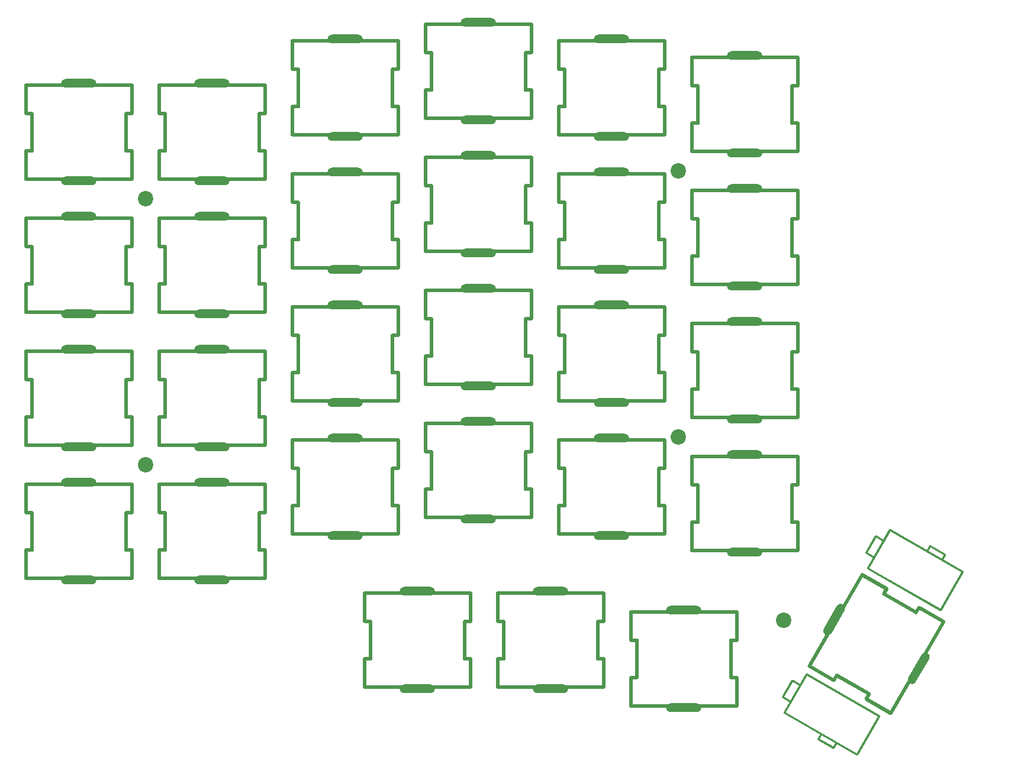
<source format=gbr>
%TF.GenerationSoftware,KiCad,Pcbnew,(5.1.9-0-10_14)*%
%TF.CreationDate,2021-04-25T18:46:22-05:00*%
%TF.ProjectId,wren-plain,7772656e-2d70-46c6-9169-6e2e6b696361,rev?*%
%TF.SameCoordinates,Original*%
%TF.FileFunction,Soldermask,Bot*%
%TF.FilePolarity,Negative*%
%FSLAX46Y46*%
G04 Gerber Fmt 4.6, Leading zero omitted, Abs format (unit mm)*
G04 Created by KiCad (PCBNEW (5.1.9-0-10_14)) date 2021-04-25 18:46:22*
%MOMM*%
%LPD*%
G01*
G04 APERTURE LIST*
%ADD10O,1.333500X0.508000*%
%ADD11O,5.080000X1.270000*%
%ADD12O,0.508000X5.842000*%
%ADD13O,0.508000X4.572000*%
%ADD14O,15.595600X0.508000*%
%ADD15C,2.200000*%
G04 APERTURE END LIST*
%TO.C,REF\u002A\u002A*%
G36*
G01*
X239483904Y-94215117D02*
X239483904Y-94215117D01*
G75*
G02*
X239539686Y-94423299I-76200J-131982D01*
G01*
X238168086Y-96798979D01*
G75*
G02*
X237959904Y-96854761I-131982J76200D01*
G01*
X237959904Y-96854761D01*
G75*
G02*
X237904122Y-96646579I76200J131982D01*
G01*
X239275722Y-94270899D01*
G75*
G02*
X239483904Y-94215117I131982J-76200D01*
G01*
G37*
G36*
G01*
X238178295Y-96628897D02*
X239190159Y-97213097D01*
G75*
G02*
X239245941Y-97421279I-76200J-131982D01*
G01*
X239245941Y-97421279D01*
G75*
G02*
X239037759Y-97477061I-131982J76200D01*
G01*
X238025895Y-96892861D01*
G75*
G02*
X237970113Y-96684679I76200J131982D01*
G01*
X237970113Y-96684679D01*
G75*
G02*
X238178295Y-96628897I131982J-76200D01*
G01*
G37*
G36*
G01*
X239549895Y-94253216D02*
X240561759Y-94837416D01*
G75*
G02*
X240617541Y-95045598I-76200J-131982D01*
G01*
X240617541Y-95045598D01*
G75*
G02*
X240409359Y-95101380I-131982J76200D01*
G01*
X239397495Y-94517180D01*
G75*
G02*
X239341713Y-94308998I76200J131982D01*
G01*
X239341713Y-94308998D01*
G75*
G02*
X239549895Y-94253216I131982J-76200D01*
G01*
G37*
G36*
G01*
X247240541Y-95613826D02*
X247240541Y-95613826D01*
G75*
G02*
X247296323Y-95822008I-76200J-131982D01*
G01*
X246864523Y-96569908D01*
G75*
G02*
X246656341Y-96625690I-131982J76200D01*
G01*
X246656341Y-96625690D01*
G75*
G02*
X246600559Y-96417508I76200J131982D01*
G01*
X247032359Y-95669608D01*
G75*
G02*
X247240541Y-95613826I131982J-76200D01*
G01*
G37*
G36*
G01*
X241529451Y-93313726D02*
X241529451Y-93313726D01*
G75*
G02*
X241585233Y-93521908I-76200J-131982D01*
G01*
X238410233Y-99021170D01*
G75*
G02*
X238202051Y-99076952I-131982J76200D01*
G01*
X238202051Y-99076952D01*
G75*
G02*
X238146269Y-98868770I76200J131982D01*
G01*
X241321269Y-93369508D01*
G75*
G02*
X241529451Y-93313726I131982J-76200D01*
G01*
G37*
G36*
G01*
X238354450Y-98812987D02*
X248737056Y-104807387D01*
G75*
G02*
X248792838Y-105015569I-76200J-131982D01*
G01*
X248792838Y-105015569D01*
G75*
G02*
X248584656Y-105071351I-131982J76200D01*
G01*
X238202050Y-99076951D01*
G75*
G02*
X238146268Y-98868769I76200J131982D01*
G01*
X238146268Y-98868769D01*
G75*
G02*
X238354450Y-98812987I131982J-76200D01*
G01*
G37*
G36*
G01*
X241529450Y-93313726D02*
X251912056Y-99308126D01*
G75*
G02*
X251967838Y-99516308I-76200J-131982D01*
G01*
X251967838Y-99516308D01*
G75*
G02*
X251759656Y-99572090I-131982J76200D01*
G01*
X241377050Y-93577690D01*
G75*
G02*
X241321268Y-93369508I76200J131982D01*
G01*
X241321268Y-93369508D01*
G75*
G02*
X241529450Y-93313726I131982J-76200D01*
G01*
G37*
G36*
G01*
X247240542Y-95613827D02*
X249396252Y-96858427D01*
G75*
G02*
X249452034Y-97066609I-76200J-131982D01*
G01*
X249452034Y-97066609D01*
G75*
G02*
X249243852Y-97122391I-131982J76200D01*
G01*
X247088142Y-95877791D01*
G75*
G02*
X247032360Y-95669609I76200J131982D01*
G01*
X247032360Y-95669609D01*
G75*
G02*
X247240542Y-95613827I131982J-76200D01*
G01*
G37*
G36*
G01*
X249396252Y-96858426D02*
X249396252Y-96858426D01*
G75*
G02*
X249452034Y-97066608I-76200J-131982D01*
G01*
X249020234Y-97814508D01*
G75*
G02*
X248812052Y-97870290I-131982J76200D01*
G01*
X248812052Y-97870290D01*
G75*
G02*
X248756270Y-97662108I76200J131982D01*
G01*
X249188070Y-96914208D01*
G75*
G02*
X249396252Y-96858426I131982J-76200D01*
G01*
G37*
G36*
G01*
X251912056Y-99308126D02*
X251912056Y-99308126D01*
G75*
G02*
X251967838Y-99516308I-76200J-131982D01*
G01*
X248792838Y-105015570D01*
G75*
G02*
X248584656Y-105071352I-131982J76200D01*
G01*
X248584656Y-105071352D01*
G75*
G02*
X248528874Y-104863170I76200J131982D01*
G01*
X251703874Y-99363908D01*
G75*
G02*
X251912056Y-99308126I131982J-76200D01*
G01*
G37*
G36*
G01*
X231695741Y-122538210D02*
X231695741Y-122538210D01*
G75*
G02*
X231751523Y-122746392I-76200J-131982D01*
G01*
X231319723Y-123494292D01*
G75*
G02*
X231111541Y-123550074I-131982J76200D01*
G01*
X231111541Y-123550074D01*
G75*
G02*
X231055759Y-123341892I76200J131982D01*
G01*
X231487559Y-122593992D01*
G75*
G02*
X231695741Y-122538210I131982J-76200D01*
G01*
G37*
G36*
G01*
X226240295Y-117306120D02*
X227252159Y-117890320D01*
G75*
G02*
X227307941Y-118098502I-76200J-131982D01*
G01*
X227307941Y-118098502D01*
G75*
G02*
X227099759Y-118154284I-131982J76200D01*
G01*
X226087895Y-117570084D01*
G75*
G02*
X226032113Y-117361902I76200J131982D01*
G01*
X226032113Y-117361902D01*
G75*
G02*
X226240295Y-117306120I131982J-76200D01*
G01*
G37*
G36*
G01*
X233851452Y-123782810D02*
X233851452Y-123782810D01*
G75*
G02*
X233907234Y-123990992I-76200J-131982D01*
G01*
X233475434Y-124738892D01*
G75*
G02*
X233267252Y-124794674I-131982J76200D01*
G01*
X233267252Y-124794674D01*
G75*
G02*
X233211470Y-124586492I76200J131982D01*
G01*
X233643270Y-123838592D01*
G75*
G02*
X233851452Y-123782810I131982J-76200D01*
G01*
G37*
G36*
G01*
X227611895Y-114930439D02*
X228623759Y-115514639D01*
G75*
G02*
X228679541Y-115722821I-76200J-131982D01*
G01*
X228679541Y-115722821D01*
G75*
G02*
X228471359Y-115778603I-131982J76200D01*
G01*
X227459495Y-115194403D01*
G75*
G02*
X227403713Y-114986221I76200J131982D01*
G01*
X227403713Y-114986221D01*
G75*
G02*
X227611895Y-114930439I131982J-76200D01*
G01*
G37*
G36*
G01*
X231263942Y-123286109D02*
X233419652Y-124530709D01*
G75*
G02*
X233475434Y-124738891I-76200J-131982D01*
G01*
X233475434Y-124738891D01*
G75*
G02*
X233267252Y-124794673I-131982J76200D01*
G01*
X231111542Y-123550073D01*
G75*
G02*
X231055760Y-123341891I76200J131982D01*
G01*
X231055760Y-123341891D01*
G75*
G02*
X231263942Y-123286109I131982J-76200D01*
G01*
G37*
G36*
G01*
X226416450Y-119490210D02*
X236799056Y-125484610D01*
G75*
G02*
X236854838Y-125692792I-76200J-131982D01*
G01*
X236854838Y-125692792D01*
G75*
G02*
X236646656Y-125748574I-131982J76200D01*
G01*
X226264050Y-119754174D01*
G75*
G02*
X226208268Y-119545992I76200J131982D01*
G01*
X226208268Y-119545992D01*
G75*
G02*
X226416450Y-119490210I131982J-76200D01*
G01*
G37*
G36*
G01*
X229591451Y-113990948D02*
X229591451Y-113990948D01*
G75*
G02*
X229647233Y-114199130I-76200J-131982D01*
G01*
X226472233Y-119698392D01*
G75*
G02*
X226264051Y-119754174I-131982J76200D01*
G01*
X226264051Y-119754174D01*
G75*
G02*
X226208269Y-119545992I76200J131982D01*
G01*
X229383269Y-114046730D01*
G75*
G02*
X229591451Y-113990948I131982J-76200D01*
G01*
G37*
G36*
G01*
X229591450Y-113990949D02*
X239974056Y-119985349D01*
G75*
G02*
X240029838Y-120193531I-76200J-131982D01*
G01*
X240029838Y-120193531D01*
G75*
G02*
X239821656Y-120249313I-131982J76200D01*
G01*
X229439050Y-114254913D01*
G75*
G02*
X229383268Y-114046731I76200J131982D01*
G01*
X229383268Y-114046731D01*
G75*
G02*
X229591450Y-113990949I131982J-76200D01*
G01*
G37*
G36*
G01*
X239974056Y-119985348D02*
X239974056Y-119985348D01*
G75*
G02*
X240029838Y-120193530I-76200J-131982D01*
G01*
X236854838Y-125692792D01*
G75*
G02*
X236646656Y-125748574I-131982J76200D01*
G01*
X236646656Y-125748574D01*
G75*
G02*
X236590874Y-125540392I76200J131982D01*
G01*
X239765874Y-120041130D01*
G75*
G02*
X239974056Y-119985348I131982J-76200D01*
G01*
G37*
G36*
G01*
X227545904Y-114892339D02*
X227545904Y-114892339D01*
G75*
G02*
X227601686Y-115100521I-76200J-131982D01*
G01*
X226230086Y-117476201D01*
G75*
G02*
X226021904Y-117531983I-131982J76200D01*
G01*
X226021904Y-117531983D01*
G75*
G02*
X225966122Y-117323801I76200J131982D01*
G01*
X227337722Y-114948121D01*
G75*
G02*
X227545904Y-114892339I131982J-76200D01*
G01*
G37*
%TD*%
D10*
%TO.C,MX6*%
X132556250Y-39179500D03*
X118268750Y-39179500D03*
X132556250Y-33845500D03*
X118268750Y-33845500D03*
D11*
X125412500Y-43497500D03*
X125412500Y-29527500D03*
D12*
X118681500Y-36512500D03*
X132143500Y-36512500D03*
D13*
X117856000Y-41211500D03*
X132969000Y-41211500D03*
X132969000Y-31813500D03*
X117856000Y-31813500D03*
D14*
X125412500Y-43243500D03*
X125412500Y-29781500D03*
%TD*%
D10*
%TO.C,MX36*%
X132556250Y-96329500D03*
X118268750Y-96329500D03*
X132556250Y-90995500D03*
X118268750Y-90995500D03*
D11*
X125412500Y-100647500D03*
X125412500Y-86677500D03*
D12*
X118681500Y-93662500D03*
X132143500Y-93662500D03*
D13*
X117856000Y-98361500D03*
X132969000Y-98361500D03*
X132969000Y-88963500D03*
X117856000Y-88963500D03*
D14*
X125412500Y-100393500D03*
X125412500Y-86931500D03*
%TD*%
%TO.C,MX41*%
G36*
G01*
X245032190Y-105484003D02*
X245032190Y-105484003D01*
G75*
G02*
X244939220Y-105137033I127000J219970D01*
G01*
X245351970Y-104422129D01*
G75*
G02*
X245698940Y-104329159I219970J-127000D01*
G01*
X245698940Y-104329159D01*
G75*
G02*
X245791910Y-104676129I-127000J-219970D01*
G01*
X245379160Y-105391033D01*
G75*
G02*
X245032190Y-105484003I-219970J127000D01*
G01*
G37*
G36*
G01*
X237888440Y-117857341D02*
X237888440Y-117857341D01*
G75*
G02*
X237795470Y-117510371I127000J219970D01*
G01*
X238208220Y-116795467D01*
G75*
G02*
X238555190Y-116702497I219970J-127000D01*
G01*
X238555190Y-116702497D01*
G75*
G02*
X238648160Y-117049467I-127000J-219970D01*
G01*
X238235410Y-117764371D01*
G75*
G02*
X237888440Y-117857341I-219970J127000D01*
G01*
G37*
G36*
G01*
X240412810Y-102817003D02*
X240412810Y-102817003D01*
G75*
G02*
X240319840Y-102470033I127000J219970D01*
G01*
X240732590Y-101755129D01*
G75*
G02*
X241079560Y-101662159I219970J-127000D01*
G01*
X241079560Y-101662159D01*
G75*
G02*
X241172530Y-102009129I-127000J-219970D01*
G01*
X240759780Y-102724033D01*
G75*
G02*
X240412810Y-102817003I-219970J127000D01*
G01*
G37*
G36*
G01*
X233269060Y-115190341D02*
X233269060Y-115190341D01*
G75*
G02*
X233176090Y-114843371I127000J219970D01*
G01*
X233588840Y-114128467D01*
G75*
G02*
X233935810Y-114035497I219970J-127000D01*
G01*
X233935810Y-114035497D01*
G75*
G02*
X234028780Y-114382467I-127000J-219970D01*
G01*
X233616030Y-115097371D01*
G75*
G02*
X233269060Y-115190341I-219970J127000D01*
G01*
G37*
G36*
G01*
X244263187Y-115451954D02*
X244263187Y-115451954D01*
G75*
G02*
X244030761Y-114584528I317500J549926D01*
G01*
X245935761Y-111284972D01*
G75*
G02*
X246803187Y-111052546I549926J-317500D01*
G01*
X246803187Y-111052546D01*
G75*
G02*
X247035613Y-111919972I-317500J-549926D01*
G01*
X245130613Y-115219528D01*
G75*
G02*
X244263187Y-115451954I-549926J317500D01*
G01*
G37*
G36*
G01*
X232164813Y-108466954D02*
X232164813Y-108466954D01*
G75*
G02*
X231932387Y-107599528I317500J549926D01*
G01*
X233837387Y-104299972D01*
G75*
G02*
X234704813Y-104067546I549926J-317500D01*
G01*
X234704813Y-104067546D01*
G75*
G02*
X234937239Y-104934972I-317500J-549926D01*
G01*
X233032239Y-108234528D01*
G75*
G02*
X232164813Y-108466954I-549926J317500D01*
G01*
G37*
G36*
G01*
X238301190Y-117142437D02*
X233681810Y-114475437D01*
G75*
G02*
X233588840Y-114128467I127000J219970D01*
G01*
X233588840Y-114128467D01*
G75*
G02*
X233935810Y-114035497I219970J-127000D01*
G01*
X238555190Y-116702497D01*
G75*
G02*
X238648160Y-117049467I-127000J-219970D01*
G01*
X238648160Y-117049467D01*
G75*
G02*
X238301190Y-117142437I-219970J127000D01*
G01*
G37*
G36*
G01*
X245032190Y-105484003D02*
X240412810Y-102817003D01*
G75*
G02*
X240319840Y-102470033I127000J219970D01*
G01*
X240319840Y-102470033D01*
G75*
G02*
X240666810Y-102377063I219970J-127000D01*
G01*
X245286190Y-105044063D01*
G75*
G02*
X245379160Y-105391033I-127000J-219970D01*
G01*
X245379160Y-105391033D01*
G75*
G02*
X245032190Y-105484003I-219970J127000D01*
G01*
G37*
G36*
G01*
X241407967Y-119889341D02*
X237888439Y-117857341D01*
G75*
G02*
X237795469Y-117510371I127000J219970D01*
G01*
X237795469Y-117510371D01*
G75*
G02*
X238142439Y-117417401I219970J-127000D01*
G01*
X241661967Y-119449401D01*
G75*
G02*
X241754937Y-119796371I-127000J-219970D01*
G01*
X241754937Y-119796371D01*
G75*
G02*
X241407967Y-119889341I-219970J127000D01*
G01*
G37*
G36*
G01*
X248964467Y-106801099D02*
X245444939Y-104769099D01*
G75*
G02*
X245351969Y-104422129I127000J219970D01*
G01*
X245351969Y-104422129D01*
G75*
G02*
X245698939Y-104329159I219970J-127000D01*
G01*
X249218467Y-106361159D01*
G75*
G02*
X249311437Y-106708129I-127000J-219970D01*
G01*
X249311437Y-106708129D01*
G75*
G02*
X248964467Y-106801099I-219970J127000D01*
G01*
G37*
G36*
G01*
X240825561Y-102102099D02*
X237306033Y-100070099D01*
G75*
G02*
X237213063Y-99723129I127000J219970D01*
G01*
X237213063Y-99723129D01*
G75*
G02*
X237560033Y-99630159I219970J-127000D01*
G01*
X241079561Y-101662159D01*
G75*
G02*
X241172531Y-102009129I-127000J-219970D01*
G01*
X241172531Y-102009129D01*
G75*
G02*
X240825561Y-102102099I-219970J127000D01*
G01*
G37*
G36*
G01*
X233269061Y-115190341D02*
X229749533Y-113158341D01*
G75*
G02*
X229656563Y-112811371I127000J219970D01*
G01*
X229656563Y-112811371D01*
G75*
G02*
X230003533Y-112718401I219970J-127000D01*
G01*
X233523061Y-114750401D01*
G75*
G02*
X233616031Y-115097371I-127000J-219970D01*
G01*
X233616031Y-115097371D01*
G75*
G02*
X233269061Y-115190341I-219970J127000D01*
G01*
G37*
G36*
G01*
X241414317Y-119878342D02*
X241414317Y-119878342D01*
G75*
G02*
X241321347Y-119531372I127000J219970D01*
G01*
X248865147Y-106465128D01*
G75*
G02*
X249212117Y-106372158I219970J-127000D01*
G01*
X249212117Y-106372158D01*
G75*
G02*
X249305087Y-106719128I-127000J-219970D01*
G01*
X241761287Y-119785372D01*
G75*
G02*
X241414317Y-119878342I-219970J127000D01*
G01*
G37*
G36*
G01*
X229755883Y-113147342D02*
X229755883Y-113147342D01*
G75*
G02*
X229662913Y-112800372I127000J219970D01*
G01*
X237206713Y-99734128D01*
G75*
G02*
X237553683Y-99641158I219970J-127000D01*
G01*
X237553683Y-99641158D01*
G75*
G02*
X237646653Y-99988128I-127000J-219970D01*
G01*
X230102853Y-113054372D01*
G75*
G02*
X229755883Y-113147342I-219970J127000D01*
G01*
G37*
%TD*%
D10*
%TO.C,MX15*%
X151606250Y-58229500D03*
X137318750Y-58229500D03*
X151606250Y-52895500D03*
X137318750Y-52895500D03*
D11*
X144462500Y-62547500D03*
X144462500Y-48577500D03*
D12*
X137731500Y-55562500D03*
X151193500Y-55562500D03*
D13*
X136906000Y-60261500D03*
X152019000Y-60261500D03*
X152019000Y-50863500D03*
X136906000Y-50863500D03*
D14*
X144462500Y-62293500D03*
X144462500Y-48831500D03*
%TD*%
D10*
%TO.C,MX44*%
X180968750Y-111918750D03*
X166681250Y-111918750D03*
X180968750Y-106584750D03*
X166681250Y-106584750D03*
D11*
X173825000Y-116236750D03*
X173825000Y-102266750D03*
D12*
X167094000Y-109251750D03*
X180556000Y-109251750D03*
D13*
X166268500Y-113950750D03*
X181381500Y-113950750D03*
X181381500Y-104552750D03*
X166268500Y-104552750D03*
D14*
X173825000Y-115982750D03*
X173825000Y-102520750D03*
%TD*%
D10*
%TO.C,MX43*%
X200018750Y-111918750D03*
X185731250Y-111918750D03*
X200018750Y-106584750D03*
X185731250Y-106584750D03*
D11*
X192875000Y-116236750D03*
X192875000Y-102266750D03*
D12*
X186144000Y-109251750D03*
X199606000Y-109251750D03*
D13*
X185318500Y-113950750D03*
X200431500Y-113950750D03*
X200431500Y-104552750D03*
X185318500Y-104552750D03*
D14*
X192875000Y-115982750D03*
X192875000Y-102520750D03*
%TD*%
D10*
%TO.C,MX42*%
X219068750Y-114585750D03*
X204781250Y-114585750D03*
X219068750Y-109251750D03*
X204781250Y-109251750D03*
D11*
X211925000Y-118903750D03*
X211925000Y-104933750D03*
D12*
X205194000Y-111918750D03*
X218656000Y-111918750D03*
D13*
X204368500Y-116617750D03*
X219481500Y-116617750D03*
X219481500Y-107219750D03*
X204368500Y-107219750D03*
D14*
X211925000Y-118649750D03*
X211925000Y-105187750D03*
%TD*%
D10*
%TO.C,MX35*%
X151606250Y-96329500D03*
X137318750Y-96329500D03*
X151606250Y-90995500D03*
X137318750Y-90995500D03*
D11*
X144462500Y-100647500D03*
X144462500Y-86677500D03*
D12*
X137731500Y-93662500D03*
X151193500Y-93662500D03*
D13*
X136906000Y-98361500D03*
X152019000Y-98361500D03*
X152019000Y-88963500D03*
X136906000Y-88963500D03*
D14*
X144462500Y-100393500D03*
X144462500Y-86931500D03*
%TD*%
D10*
%TO.C,MX34*%
X170656250Y-89979500D03*
X156368750Y-89979500D03*
X170656250Y-84645500D03*
X156368750Y-84645500D03*
D11*
X163512500Y-94297500D03*
X163512500Y-80327500D03*
D12*
X156781500Y-87312500D03*
X170243500Y-87312500D03*
D13*
X155956000Y-92011500D03*
X171069000Y-92011500D03*
X171069000Y-82613500D03*
X155956000Y-82613500D03*
D14*
X163512500Y-94043500D03*
X163512500Y-80581500D03*
%TD*%
D10*
%TO.C,MX33*%
X189706250Y-87598250D03*
X175418750Y-87598250D03*
X189706250Y-82264250D03*
X175418750Y-82264250D03*
D11*
X182562500Y-91916250D03*
X182562500Y-77946250D03*
D12*
X175831500Y-84931250D03*
X189293500Y-84931250D03*
D13*
X175006000Y-89630250D03*
X190119000Y-89630250D03*
X190119000Y-80232250D03*
X175006000Y-80232250D03*
D14*
X182562500Y-91662250D03*
X182562500Y-78200250D03*
%TD*%
D10*
%TO.C,MX32*%
X208756250Y-89979500D03*
X194468750Y-89979500D03*
X208756250Y-84645500D03*
X194468750Y-84645500D03*
D11*
X201612500Y-94297500D03*
X201612500Y-80327500D03*
D12*
X194881500Y-87312500D03*
X208343500Y-87312500D03*
D13*
X194056000Y-92011500D03*
X209169000Y-92011500D03*
X209169000Y-82613500D03*
X194056000Y-82613500D03*
D14*
X201612500Y-94043500D03*
X201612500Y-80581500D03*
%TD*%
D10*
%TO.C,MX31*%
X227806250Y-92360750D03*
X213518750Y-92360750D03*
X227806250Y-87026750D03*
X213518750Y-87026750D03*
D11*
X220662500Y-96678750D03*
X220662500Y-82708750D03*
D12*
X213931500Y-89693750D03*
X227393500Y-89693750D03*
D13*
X213106000Y-94392750D03*
X228219000Y-94392750D03*
X228219000Y-84994750D03*
X213106000Y-84994750D03*
D14*
X220662500Y-96424750D03*
X220662500Y-82962750D03*
%TD*%
D10*
%TO.C,MX26*%
X132556250Y-77279500D03*
X118268750Y-77279500D03*
X132556250Y-71945500D03*
X118268750Y-71945500D03*
D11*
X125412500Y-81597500D03*
X125412500Y-67627500D03*
D12*
X118681500Y-74612500D03*
X132143500Y-74612500D03*
D13*
X117856000Y-79311500D03*
X132969000Y-79311500D03*
X132969000Y-69913500D03*
X117856000Y-69913500D03*
D14*
X125412500Y-81343500D03*
X125412500Y-67881500D03*
%TD*%
D10*
%TO.C,MX25*%
X151606250Y-77279500D03*
X137318750Y-77279500D03*
X151606250Y-71945500D03*
X137318750Y-71945500D03*
D11*
X144462500Y-81597500D03*
X144462500Y-67627500D03*
D12*
X137731500Y-74612500D03*
X151193500Y-74612500D03*
D13*
X136906000Y-79311500D03*
X152019000Y-79311500D03*
X152019000Y-69913500D03*
X136906000Y-69913500D03*
D14*
X144462500Y-81343500D03*
X144462500Y-67881500D03*
%TD*%
D10*
%TO.C,MX24*%
X170656250Y-70929500D03*
X156368750Y-70929500D03*
X170656250Y-65595500D03*
X156368750Y-65595500D03*
D11*
X163512500Y-75247500D03*
X163512500Y-61277500D03*
D12*
X156781500Y-68262500D03*
X170243500Y-68262500D03*
D13*
X155956000Y-72961500D03*
X171069000Y-72961500D03*
X171069000Y-63563500D03*
X155956000Y-63563500D03*
D14*
X163512500Y-74993500D03*
X163512500Y-61531500D03*
%TD*%
D10*
%TO.C,MX23*%
X189706250Y-68548250D03*
X175418750Y-68548250D03*
X189706250Y-63214250D03*
X175418750Y-63214250D03*
D11*
X182562500Y-72866250D03*
X182562500Y-58896250D03*
D12*
X175831500Y-65881250D03*
X189293500Y-65881250D03*
D13*
X175006000Y-70580250D03*
X190119000Y-70580250D03*
X190119000Y-61182250D03*
X175006000Y-61182250D03*
D14*
X182562500Y-72612250D03*
X182562500Y-59150250D03*
%TD*%
D10*
%TO.C,MX22*%
X208756250Y-70929500D03*
X194468750Y-70929500D03*
X208756250Y-65595500D03*
X194468750Y-65595500D03*
D11*
X201612500Y-75247500D03*
X201612500Y-61277500D03*
D12*
X194881500Y-68262500D03*
X208343500Y-68262500D03*
D13*
X194056000Y-72961500D03*
X209169000Y-72961500D03*
X209169000Y-63563500D03*
X194056000Y-63563500D03*
D14*
X201612500Y-74993500D03*
X201612500Y-61531500D03*
%TD*%
D10*
%TO.C,MX21*%
X227806250Y-73310750D03*
X213518750Y-73310750D03*
X227806250Y-67976750D03*
X213518750Y-67976750D03*
D11*
X220662500Y-77628750D03*
X220662500Y-63658750D03*
D12*
X213931500Y-70643750D03*
X227393500Y-70643750D03*
D13*
X213106000Y-75342750D03*
X228219000Y-75342750D03*
X228219000Y-65944750D03*
X213106000Y-65944750D03*
D14*
X220662500Y-77374750D03*
X220662500Y-63912750D03*
%TD*%
D10*
%TO.C,MX16*%
X132556250Y-58229500D03*
X118268750Y-58229500D03*
X132556250Y-52895500D03*
X118268750Y-52895500D03*
D11*
X125412500Y-62547500D03*
X125412500Y-48577500D03*
D12*
X118681500Y-55562500D03*
X132143500Y-55562500D03*
D13*
X117856000Y-60261500D03*
X132969000Y-60261500D03*
X132969000Y-50863500D03*
X117856000Y-50863500D03*
D14*
X125412500Y-62293500D03*
X125412500Y-48831500D03*
%TD*%
D10*
%TO.C,MX14*%
X170656250Y-51879500D03*
X156368750Y-51879500D03*
X170656250Y-46545500D03*
X156368750Y-46545500D03*
D11*
X163512500Y-56197500D03*
X163512500Y-42227500D03*
D12*
X156781500Y-49212500D03*
X170243500Y-49212500D03*
D13*
X155956000Y-53911500D03*
X171069000Y-53911500D03*
X171069000Y-44513500D03*
X155956000Y-44513500D03*
D14*
X163512500Y-55943500D03*
X163512500Y-42481500D03*
%TD*%
D10*
%TO.C,MX13*%
X189706250Y-49498250D03*
X175418750Y-49498250D03*
X189706250Y-44164250D03*
X175418750Y-44164250D03*
D11*
X182562500Y-53816250D03*
X182562500Y-39846250D03*
D12*
X175831500Y-46831250D03*
X189293500Y-46831250D03*
D13*
X175006000Y-51530250D03*
X190119000Y-51530250D03*
X190119000Y-42132250D03*
X175006000Y-42132250D03*
D14*
X182562500Y-53562250D03*
X182562500Y-40100250D03*
%TD*%
D10*
%TO.C,MX12*%
X208756250Y-51879500D03*
X194468750Y-51879500D03*
X208756250Y-46545500D03*
X194468750Y-46545500D03*
D11*
X201612500Y-56197500D03*
X201612500Y-42227500D03*
D12*
X194881500Y-49212500D03*
X208343500Y-49212500D03*
D13*
X194056000Y-53911500D03*
X209169000Y-53911500D03*
X209169000Y-44513500D03*
X194056000Y-44513500D03*
D14*
X201612500Y-55943500D03*
X201612500Y-42481500D03*
%TD*%
D10*
%TO.C,MX11*%
X227806250Y-54260750D03*
X213518750Y-54260750D03*
X227806250Y-48926750D03*
X213518750Y-48926750D03*
D11*
X220662500Y-58578750D03*
X220662500Y-44608750D03*
D12*
X213931500Y-51593750D03*
X227393500Y-51593750D03*
D13*
X213106000Y-56292750D03*
X228219000Y-56292750D03*
X228219000Y-46894750D03*
X213106000Y-46894750D03*
D14*
X220662500Y-58324750D03*
X220662500Y-44862750D03*
%TD*%
D10*
%TO.C,MX5*%
X151606250Y-39179500D03*
X137318750Y-39179500D03*
X151606250Y-33845500D03*
X137318750Y-33845500D03*
D11*
X144462500Y-43497500D03*
X144462500Y-29527500D03*
D12*
X137731500Y-36512500D03*
X151193500Y-36512500D03*
D13*
X136906000Y-41211500D03*
X152019000Y-41211500D03*
X152019000Y-31813500D03*
X136906000Y-31813500D03*
D14*
X144462500Y-43243500D03*
X144462500Y-29781500D03*
%TD*%
D10*
%TO.C,MX4*%
X170656250Y-32829500D03*
X156368750Y-32829500D03*
X170656250Y-27495500D03*
X156368750Y-27495500D03*
D11*
X163512500Y-37147500D03*
X163512500Y-23177500D03*
D12*
X156781500Y-30162500D03*
X170243500Y-30162500D03*
D13*
X155956000Y-34861500D03*
X171069000Y-34861500D03*
X171069000Y-25463500D03*
X155956000Y-25463500D03*
D14*
X163512500Y-36893500D03*
X163512500Y-23431500D03*
%TD*%
D10*
%TO.C,MX3*%
X189706250Y-30448250D03*
X175418750Y-30448250D03*
X189706250Y-25114250D03*
X175418750Y-25114250D03*
D11*
X182562500Y-34766250D03*
X182562500Y-20796250D03*
D12*
X175831500Y-27781250D03*
X189293500Y-27781250D03*
D13*
X175006000Y-32480250D03*
X190119000Y-32480250D03*
X190119000Y-23082250D03*
X175006000Y-23082250D03*
D14*
X182562500Y-34512250D03*
X182562500Y-21050250D03*
%TD*%
D10*
%TO.C,MX2*%
X208756250Y-32829500D03*
X194468750Y-32829500D03*
X208756250Y-27495500D03*
X194468750Y-27495500D03*
D11*
X201612500Y-37147500D03*
X201612500Y-23177500D03*
D12*
X194881500Y-30162500D03*
X208343500Y-30162500D03*
D13*
X194056000Y-34861500D03*
X209169000Y-34861500D03*
X209169000Y-25463500D03*
X194056000Y-25463500D03*
D14*
X201612500Y-36893500D03*
X201612500Y-23431500D03*
%TD*%
D10*
%TO.C,MX1*%
X227806250Y-35210750D03*
X213518750Y-35210750D03*
X227806250Y-29876750D03*
X213518750Y-29876750D03*
D11*
X220662500Y-39528750D03*
X220662500Y-25558750D03*
D12*
X213931500Y-32543750D03*
X227393500Y-32543750D03*
D13*
X213106000Y-37242750D03*
X228219000Y-37242750D03*
X228219000Y-27844750D03*
X213106000Y-27844750D03*
D14*
X220662500Y-39274750D03*
X220662500Y-25812750D03*
%TD*%
D15*
%TO.C,H5*%
X134937500Y-84137500D03*
%TD*%
%TO.C,H4*%
X226212500Y-106362500D03*
%TD*%
%TO.C,H3*%
X211137500Y-42068750D03*
%TD*%
%TO.C,H2*%
X134937500Y-46037500D03*
%TD*%
%TO.C,H1*%
X211131250Y-80168750D03*
%TD*%
M02*

</source>
